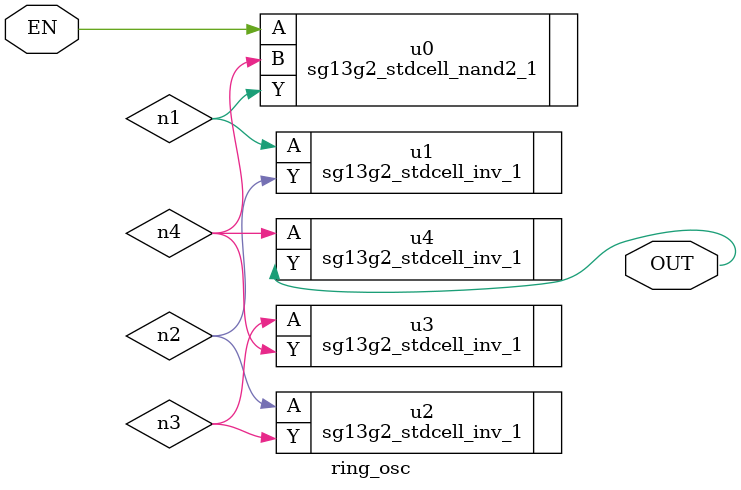
<source format=v>

module ring_osc (
    input  EN,
    output OUT
);

    // Internal wires connecting the inverter stages
    wire n1, n2, n3, n4;

    // Use a NAND gate for the first stage to allow enabling/disabling.
    // When EN is high, it acts as an inverter.
    // When EN is low, the output is forced high, breaking the oscillation.
    sg13g2_stdcell_nand2_1 u0 ( .A(EN), .B(n4), .Y(n1) );

    // Chain of inverters
    sg13g2_stdcell_inv_1 u1 ( .A(n1), .Y(n2) );
    sg13g2_stdcell_inv_1 u2 ( .A(n2), .Y(n3) );
    sg13g2_stdcell_inv_1 u3 ( .A(n3), .Y(n4) );

    // The last stage drives the module's output
    sg13g2_stdcell_inv_1 u4 ( .A(n4), .Y(OUT) );

endmodule
</source>
